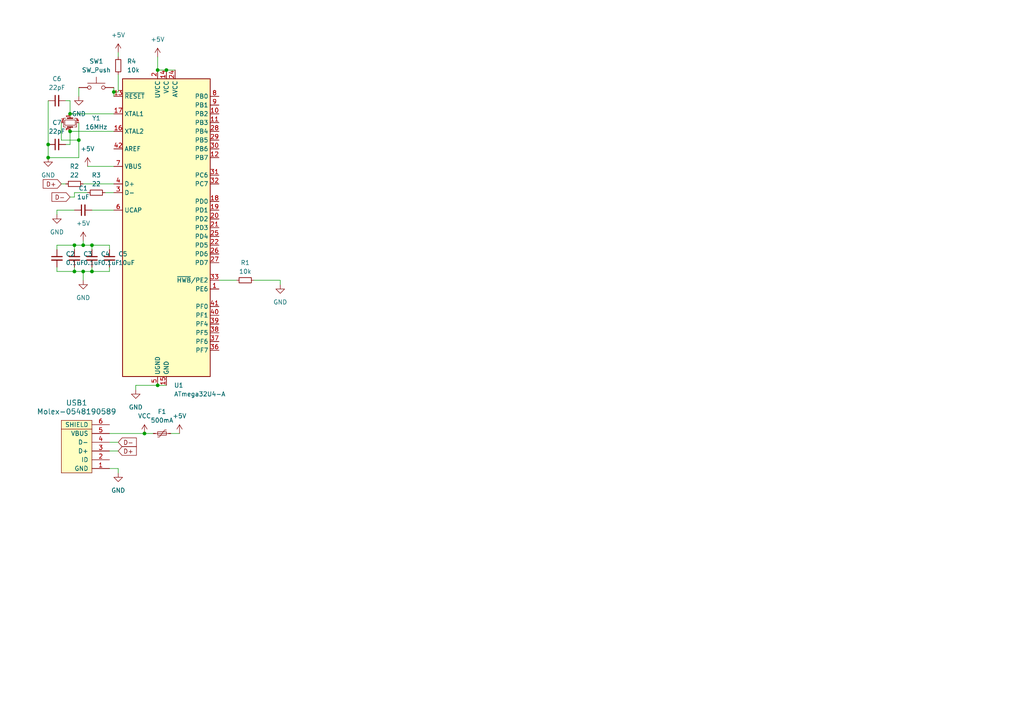
<source format=kicad_sch>
(kicad_sch (version 20230121) (generator eeschema)
  (paper "A4")
  (lib_symbols
    (symbol "Device:C_Small" (pin_numbers hide) (pin_names (offset 0.254) hide)
      (property "Reference" "C" (at 0.254 1.778 0))
      (property "Value" "C_Small" (at 0.254 -2.032 0))
      (symbol "C_Small_0_1"
        (polyline (pts (xy -1.524 -0.508) (xy 1.524 -0.508)) (stroke (width 0.3302)))
        (polyline (pts (xy -1.524 0.508) (xy 1.524 0.508)) (stroke (width 0.3048)))
      )
      (symbol "C_Small_1_1"
        (pin passive line (at 0 2.54 270) (length 2.032) (name "~") (number "1"))
        (pin passive line (at 0 -2.54 90) (length 2.032) (name "~") (number "2"))
      )
    )
    (symbol "Device:Crystal_GND24_Small" (pin_names (offset 1.016) hide)
      (property "Reference" "Y" (at 1.27 4.445 0))
      (property "Value" "Crystal_GND24_Small" (at 1.27 2.54 0))
      (symbol "Crystal_GND24_Small_0_1"
        (rectangle (start -0.762 -1.524) (end 0.762 1.524))
        (polyline (pts (xy -1.27 -0.762) (xy -1.27 0.762)) (stroke (width 0.381)))
        (polyline (pts (xy 1.27 -0.762) (xy 1.27 0.762)) (stroke (width 0.381)))
        (polyline (pts (xy -1.27 -1.27) (xy -1.27 -1.905) (xy 1.27 -1.905) (xy 1.27 -1.27)))
        (polyline (pts (xy -1.27 1.27) (xy -1.27 1.905) (xy 1.27 1.905) (xy 1.27 1.27)))
      )
      (symbol "Crystal_GND24_Small_1_1"
        (pin passive line (at -2.54 0 0) (length 1.27) (name "1") (number "1"))
        (pin passive line (at 0 -2.54 90) (length 0.635) (name "2") (number "2"))
        (pin passive line (at 2.54 0 180) (length 1.27) (name "3") (number "3"))
        (pin passive line (at 0 2.54 270) (length 0.635) (name "4") (number "4"))
      )
    )
    (symbol "Device:Polyfuse_Small" (pin_numbers hide) (pin_names (offset 0))
      (property "Reference" "F" (at -1.905 0 90))
      (property "Value" "Polyfuse_Small" (at 1.905 0 90))
      (symbol "Polyfuse_Small_0_1"
        (rectangle (start -0.508 1.27) (end 0.508 -1.27))
        (polyline (pts (xy 0 2.54) (xy 0 -2.54)))
        (polyline (pts (xy -1.016 1.27) (xy -1.016 0.762) (xy 1.016 -0.762) (xy 1.016 -1.27)))
      )
      (symbol "Polyfuse_Small_1_1"
        (pin passive line (at 0 2.54 270) (length 0.635) (name "~") (number "1"))
        (pin passive line (at 0 -2.54 90) (length 0.635) (name "~") (number "2"))
      )
    )
    (symbol "Device:R_Small" (pin_numbers hide) (pin_names (offset 0.254) hide)
      (property "Reference" "R" (at 0.762 0.508 0))
      (property "Value" "R_Small" (at 0.762 -1.016 0))
      (symbol "R_Small_0_1"
        (rectangle (start -0.762 1.778) (end 0.762 -1.778) (stroke (width 0.2032)))
      )
      (symbol "R_Small_1_1"
        (pin passive line (at 0 2.54 270) (length 0.762) (name "~") (number "1"))
        (pin passive line (at 0 -2.54 90) (length 0.762) (name "~") (number "2"))
      )
    )
    (symbol "MCU_Microchip_ATmega:ATmega32U4-A"
      (property "Reference" "U" (at -12.7 44.45 0))
      (property "Value" "ATmega32U4-A" (at 2.54 -44.45 0))
      (symbol "ATmega32U4-A_0_1"
        (rectangle (start -12.7 -43.18) (end 12.7 43.18) (stroke (width 0.254)) (fill (type background)))
      )
      (symbol "ATmega32U4-A_1_1"
        (pin bidirectional line (at 15.24 -17.78 180) (length 2.54) (name "PE6") (number "1"))
        (pin bidirectional line (at 15.24 33.02 180) (length 2.54) (name "PB2") (number "10"))
        (pin bidirectional line (at 15.24 30.48 180) (length 2.54) (name "PB3") (number "11"))
        (pin bidirectional line (at 15.24 20.32 180) (length 2.54) (name "PB7") (number "12"))
        (pin input line (at -15.24 38.1 0) (length 2.54) (name "~{RESET}") (number "13"))
        (pin power_in line (at 0 45.72 270) (length 2.54) (name "VCC") (number "14"))
        (pin power_in line (at 0 -45.72 90) (length 2.54) (name "GND") (number "15"))
        (pin output line (at -15.24 27.94 0) (length 2.54) (name "XTAL2") (number "16"))
        (pin input line (at -15.24 33.02 0) (length 2.54) (name "XTAL1") (number "17"))
        (pin bidirectional line (at 15.24 7.62 180) (length 2.54) (name "PD0") (number "18"))
        (pin bidirectional line (at 15.24 5.08 180) (length 2.54) (name "PD1") (number "19"))
        (pin power_in line (at -2.54 45.72 270) (length 2.54) (name "UVCC") (number "2"))
        (pin bidirectional line (at 15.24 2.54 180) (length 2.54) (name "PD2") (number "20"))
        (pin bidirectional line (at 15.24 0 180) (length 2.54) (name "PD3") (number "21"))
        (pin bidirectional line (at 15.24 -5.08 180) (length 2.54) (name "PD5") (number "22"))
        (pin passive line (at 0 -45.72 90) (length 2.54) hide (name "GND") (number "23"))
        (pin power_in line (at 2.54 45.72 270) (length 2.54) (name "AVCC") (number "24"))
        (pin bidirectional line (at 15.24 -2.54 180) (length 2.54) (name "PD4") (number "25"))
        (pin bidirectional line (at 15.24 -7.62 180) (length 2.54) (name "PD6") (number "26"))
        (pin bidirectional line (at 15.24 -10.16 180) (length 2.54) (name "PD7") (number "27"))
        (pin bidirectional line (at 15.24 27.94 180) (length 2.54) (name "PB4") (number "28"))
        (pin bidirectional line (at 15.24 25.4 180) (length 2.54) (name "PB5") (number "29"))
        (pin bidirectional line (at -15.24 10.16 0) (length 2.54) (name "D-") (number "3"))
        (pin bidirectional line (at 15.24 22.86 180) (length 2.54) (name "PB6") (number "30"))
        (pin bidirectional line (at 15.24 15.24 180) (length 2.54) (name "PC6") (number "31"))
        (pin bidirectional line (at 15.24 12.7 180) (length 2.54) (name "PC7") (number "32"))
        (pin bidirectional line (at 15.24 -15.24 180) (length 2.54) (name "~{HWB}/PE2") (number "33"))
        (pin passive line (at 0 45.72 270) (length 2.54) hide (name "VCC") (number "34"))
        (pin passive line (at 0 -45.72 90) (length 2.54) hide (name "GND") (number "35"))
        (pin bidirectional line (at 15.24 -35.56 180) (length 2.54) (name "PF7") (number "36"))
        (pin bidirectional line (at 15.24 -33.02 180) (length 2.54) (name "PF6") (number "37"))
        (pin bidirectional line (at 15.24 -30.48 180) (length 2.54) (name "PF5") (number "38"))
        (pin bidirectional line (at 15.24 -27.94 180) (length 2.54) (name "PF4") (number "39"))
        (pin bidirectional line (at -15.24 12.7 0) (length 2.54) (name "D+") (number "4"))
        (pin bidirectional line (at 15.24 -25.4 180) (length 2.54) (name "PF1") (number "40"))
        (pin bidirectional line (at 15.24 -22.86 180) (length 2.54) (name "PF0") (number "41"))
        (pin passive line (at -15.24 22.86 0) (length 2.54) (name "AREF") (number "42"))
        (pin passive line (at 0 -45.72 90) (length 2.54) hide (name "GND") (number "43"))
        (pin passive line (at 2.54 45.72 270) (length 2.54) hide (name "AVCC") (number "44"))
        (pin passive line (at -2.54 -45.72 90) (length 2.54) (name "UGND") (number "5"))
        (pin passive line (at -15.24 5.08 0) (length 2.54) (name "UCAP") (number "6"))
        (pin input line (at -15.24 17.78 0) (length 2.54) (name "VBUS") (number "7"))
        (pin bidirectional line (at 15.24 38.1 180) (length 2.54) (name "PB0") (number "8"))
        (pin bidirectional line (at 15.24 35.56 180) (length 2.54) (name "PB1") (number "9"))
      )
    )
    (symbol "Switch:SW_Push" (pin_numbers hide) (pin_names (offset 1.016) hide)
      (property "Reference" "SW" (at 1.27 2.54 0))
      (property "Value" "SW_Push" (at 0 -1.524 0))
      (symbol "SW_Push_0_1"
        (circle (center -2.032 0) (radius 0.508))
        (polyline (pts (xy 0 1.27) (xy 0 3.048)))
        (polyline (pts (xy 2.54 1.27) (xy -2.54 1.27)))
        (circle (center 2.032 0) (radius 0.508))
        (pin passive line (at -5.08 0 0) (length 2.54) (name "1") (number "1"))
        (pin passive line (at 5.08 0 180) (length 2.54) (name "2") (number "2"))
      )
    )
    (symbol "power:+5V" (power) (pin_names (offset 0))
      (property "Value" "+5V" (at 0 3.556 0))
      (symbol "+5V_0_1"
        (polyline (pts (xy -0.762 1.27) (xy 0 2.54)))
        (polyline (pts (xy 0 0) (xy 0 2.54)))
        (polyline (pts (xy 0 2.54) (xy 0.762 1.27)))
      )
      (symbol "+5V_1_1"
        (pin power_in line (at 0 0 90) (length 0) hide (name "+5V") (number "1"))
      )
    )
    (symbol "power:GND" (power) (pin_names (offset 0))
      (property "Value" "GND" (at 0 -3.81 0))
      (symbol "GND_0_1"
        (polyline (pts (xy 0 0) (xy 0 -1.27) (xy 1.27 -1.27) (xy 0 -2.54) (xy -1.27 -1.27) (xy 0 -1.27)))
      )
      (symbol "GND_1_1"
        (pin power_in line (at 0 0 270) (length 0) hide (name "GND") (number "1"))
      )
    )
    (symbol "power:VCC" (power) (pin_names (offset 0))
      (property "Value" "VCC" (at 0 3.81 0))
      (symbol "VCC_0_1"
        (polyline (pts (xy -0.762 1.27) (xy 0 2.54)))
        (polyline (pts (xy 0 0) (xy 0 2.54)))
        (polyline (pts (xy 0 2.54) (xy 0.762 1.27)))
      )
      (symbol "VCC_1_1"
        (pin power_in line (at 0 0 90) (length 0) hide (name "VCC") (number "1"))
      )
    )
    (symbol "random-keyboard-parts:Molex-0548190589" (pin_names (offset 1.016))
      (property "Reference" "USB" (at 0 7.62 0))
      (property "Value" "Molex-0548190589" (at 0 10.16 0))
      (symbol "Molex-0548190589_0_0"
        (polyline (pts (xy 6.35 -2.54) (xy 6.35 6.35)))
        (rectangle (start 8.89 -2.54) (end -6.35 6.35) (fill (type background)))
      )
      (symbol "Molex-0548190589_1_1"
        (pin input line (at -5.08 -7.62 90) (length 5.08) (name "GND") (number "1"))
        (pin input line (at -2.54 -7.62 90) (length 5.08) (name "ID") (number "2"))
        (pin input line (at 0 -7.62 90) (length 5.08) (name "D+") (number "3"))
        (pin input line (at 2.54 -7.62 90) (length 5.08) (name "D-") (number "4"))
        (pin input line (at 5.08 -7.62 90) (length 5.08) (name "VBUS") (number "5"))
        (pin input line (at 7.62 -7.62 90) (length 5.08) (name "SHIELD") (number "6"))
      )
    )
  )
  (junction (at 13.97 45.72))
  (junction (at 22.86 40.64))
  (junction (at 26.67 78.74))
  (junction (at 33.02 26.67))
  (junction (at 24.13 78.74))
  (junction (at 24.13 71.12))
  (junction (at 45.72 111.76))
  (junction (at 26.67 71.12))
  (junction (at 21.59 71.12))
  (junction (at 21.59 78.74))
  (junction (at 13.97 41.91))
  (junction (at 48.26 20.32))
  (junction (at 20.32 33.02))
  (junction (at 41.91 125.73))
  (junction (at 20.32 38.1))
  (junction (at 45.72 20.32))
  (wire (pts (xy 45.72 20.32) (xy 48.26 20.32)))
  (wire (pts (xy 33.02 26.67) (xy 33.02 27.94)))
  (wire (pts (xy 20.32 38.1) (xy 33.02 38.1)))
  (wire (pts (xy 21.59 55.88) (xy 25.4 55.88)))
  (wire (pts (xy 22.86 35.56) (xy 22.86 40.64)))
  (wire (pts (xy 26.67 78.74) (xy 24.13 78.74)))
  (wire (pts (xy 20.32 33.02) (xy 33.02 33.02)))
  (wire (pts (xy 26.67 72.39) (xy 26.67 71.12)))
  (wire (pts (xy 17.78 35.56) (xy 17.78 40.64)))
  (wire (pts (xy 34.29 21.59) (xy 34.29 26.67)))
  (wire (pts (xy 26.67 60.96) (xy 33.02 60.96)))
  (wire (pts (xy 26.67 77.47) (xy 26.67 78.74)))
  (wire (pts (xy 31.75 125.73) (xy 41.91 125.73)))
  (wire (pts (xy 45.72 16.51) (xy 45.72 20.32)))
  (wire (pts (xy 21.59 71.12) (xy 24.13 71.12)))
  (wire (pts (xy 19.05 29.21) (xy 20.32 29.21)))
  (wire (pts (xy 39.37 113.03) (xy 39.37 111.76)))
  (wire (pts (xy 24.13 78.74) (xy 24.13 81.28)))
  (wire (pts (xy 20.32 57.15) (xy 21.59 57.15)))
  (wire (pts (xy 34.29 135.89) (xy 34.29 137.16)))
  (wire (pts (xy 16.51 71.12) (xy 16.51 72.39)))
  (wire (pts (xy 31.75 135.89) (xy 34.29 135.89)))
  (wire (pts (xy 24.13 53.34) (xy 33.02 53.34)))
  (wire (pts (xy 30.48 55.88) (xy 33.02 55.88)))
  (wire (pts (xy 21.59 57.15) (xy 21.59 55.88)))
  (wire (pts (xy 22.86 40.64) (xy 22.86 45.72)))
  (wire (pts (xy 33.02 26.67) (xy 34.29 26.67)))
  (wire (pts (xy 20.32 29.21) (xy 20.32 33.02)))
  (wire (pts (xy 26.67 71.12) (xy 31.75 71.12)))
  (wire (pts (xy 16.51 71.12) (xy 21.59 71.12)))
  (wire (pts (xy 31.75 78.74) (xy 26.67 78.74)))
  (wire (pts (xy 21.59 77.47) (xy 21.59 78.74)))
  (wire (pts (xy 31.75 72.39) (xy 31.75 71.12)))
  (wire (pts (xy 16.51 60.96) (xy 21.59 60.96)))
  (wire (pts (xy 20.32 41.91) (xy 20.32 38.1)))
  (wire (pts (xy 25.4 48.26) (xy 33.02 48.26)))
  (wire (pts (xy 31.75 130.81) (xy 34.29 130.81)))
  (wire (pts (xy 17.78 53.34) (xy 19.05 53.34)))
  (wire (pts (xy 34.29 15.24) (xy 34.29 16.51)))
  (wire (pts (xy 22.86 25.4) (xy 22.86 27.94)))
  (wire (pts (xy 21.59 78.74) (xy 24.13 78.74)))
  (wire (pts (xy 39.37 111.76) (xy 45.72 111.76)))
  (wire (pts (xy 81.28 81.28) (xy 73.66 81.28)))
  (wire (pts (xy 21.59 71.12) (xy 21.59 72.39)))
  (wire (pts (xy 17.78 40.64) (xy 22.86 40.64)))
  (wire (pts (xy 24.13 71.12) (xy 26.67 71.12)))
  (wire (pts (xy 13.97 41.91) (xy 13.97 45.72)))
  (wire (pts (xy 63.5 81.28) (xy 68.58 81.28)))
  (wire (pts (xy 16.51 62.23) (xy 16.51 60.96)))
  (wire (pts (xy 16.51 77.47) (xy 16.51 78.74)))
  (wire (pts (xy 81.28 82.55) (xy 81.28 81.28)))
  (wire (pts (xy 13.97 29.21) (xy 13.97 41.91)))
  (wire (pts (xy 41.91 125.73) (xy 44.45 125.73)))
  (wire (pts (xy 31.75 77.47) (xy 31.75 78.74)))
  (wire (pts (xy 49.53 125.73) (xy 52.07 125.73)))
  (wire (pts (xy 19.05 41.91) (xy 20.32 41.91)))
  (wire (pts (xy 16.51 78.74) (xy 21.59 78.74)))
  (wire (pts (xy 48.26 20.32) (xy 50.8 20.32)))
  (wire (pts (xy 31.75 128.27) (xy 34.29 128.27)))
  (wire (pts (xy 45.72 111.76) (xy 48.26 111.76)))
  (wire (pts (xy 33.02 25.4) (xy 33.02 26.67)))
  (wire (pts (xy 24.13 69.85) (xy 24.13 71.12)))
  (wire (pts (xy 22.86 45.72) (xy 13.97 45.72)))
  (global_label "D+" (shape input) (at 34.29 130.81 0) (property "Intersheetrefs" "${INTERSHEET_REFS}" (effects hide)))
  (global_label "D-" (shape input) (at 20.32 57.15 180) (property "Intersheetrefs" "${INTERSHEET_REFS}" (effects hide)))
  (global_label "D+" (shape input) (at 17.78 53.34 180) (property "Intersheetrefs" "${INTERSHEET_REFS}" (effects hide)))
  (global_label "D-" (shape input) (at 34.29 128.27 0) (property "Intersheetrefs" "${INTERSHEET_REFS}" (effects hide)))
  (symbol (lib_id "power:VCC") (at 41.91 125.73 0) (unit 1)
    (property "Reference" "#PWR012" (effects hide))
    (property "Value" "VCC" (at 41.91 120.65 0))
  )
  (symbol (lib_id "power:+5V") (at 25.4 48.26 0) (unit 1)
    (property "Reference" "#PWR07" (effects hide))
    (property "Value" "+5V" (at 25.4 43.18 0))
  )
  (symbol (lib_id "power:+5V") (at 24.13 69.85 0) (unit 1)
    (property "Reference" "#PWR06" (effects hide))
    (property "Value" "+5V" (at 24.13 64.77 0))
  )
  (symbol (lib_id "power:GND") (at 81.28 82.55 0) (unit 1)
    (property "Reference" "#PWR03" (effects hide))
    (property "Value" "GND" (at 81.28 87.63 0))
  )
  (symbol (lib_id "Device:C_Small") (at 26.67 74.93 0) (unit 1)
    (property "Reference" "C4" (at 29.21 73.6663 0) (effects (justify left)))
    (property "Value" "0.1uF" (at 29.21 76.2063 0) (effects (justify left)))
  )
  (symbol (lib_id "power:GND") (at 39.37 113.03 0) (unit 1)
    (property "Reference" "#PWR02" (effects hide))
    (property "Value" "GND" (at 39.37 118.11 0))
  )
  (symbol (lib_id "power:GND") (at 22.86 27.94 0) (unit 1)
    (property "Reference" "#PWR09" (effects hide))
    (property "Value" "GND" (at 22.86 33.02 0))
  )
  (symbol (lib_id "power:GND") (at 24.13 81.28 0) (unit 1)
    (property "Reference" "#PWR05" (effects hide))
    (property "Value" "GND" (at 24.13 86.36 0))
  )
  (symbol (lib_id "power:+5V") (at 45.72 16.51 0) (unit 1)
    (property "Reference" "#PWR01" (effects hide))
    (property "Value" "+5V" (at 45.72 11.43 0))
  )
  (symbol (lib_id "power:GND") (at 13.97 45.72 0) (unit 1)
    (property "Reference" "#PWR08" (effects hide))
    (property "Value" "GND" (at 13.97 50.8 0))
  )
  (symbol (lib_id "Device:C_Small") (at 24.13 60.96 90) (unit 1)
    (property "Reference" "C1" (at 24.1363 54.61 90))
    (property "Value" "1uF" (at 24.1363 57.15 90))
  )
  (symbol (lib_id "power:GND") (at 16.51 62.23 0) (unit 1)
    (property "Reference" "#PWR04" (effects hide))
    (property "Value" "GND" (at 16.51 67.31 0))
  )
  (symbol (lib_id "Device:C_Small") (at 16.51 41.91 90) (unit 1)
    (property "Reference" "C7" (at 16.5163 35.56 90))
    (property "Value" "22pF" (at 16.5163 38.1 90))
  )
  (symbol (lib_id "Device:C_Small") (at 16.51 29.21 90) (unit 1)
    (property "Reference" "C6" (at 16.5163 22.86 90))
    (property "Value" "22pF" (at 16.5163 25.4 90))
  )
  (symbol (lib_id "power:GND") (at 34.29 137.16 0) (unit 1)
    (property "Reference" "#PWR013" (effects hide))
    (property "Value" "GND" (at 34.29 142.24 0))
  )
  (symbol (lib_id "power:+5V") (at 34.29 15.24 0) (unit 1)
    (property "Reference" "#PWR010" (effects hide))
    (property "Value" "+5V" (at 34.29 10.16 0))
  )
  (symbol (lib_id "power:+5V") (at 52.07 125.73 0) (unit 1)
    (property "Reference" "#PWR011" (effects hide))
    (property "Value" "+5V" (at 52.07 120.65 0))
  )
  (symbol (lib_id "Device:R_Small") (at 71.12 81.28 90) (unit 1)
    (property "Reference" "R1" (at 71.12 76.2 90))
    (property "Value" "10k" (at 71.12 78.74 90))
  )
  (symbol (lib_id "Device:Crystal_GND24_Small") (at 20.32 35.56 270) (unit 1)
    (property "Reference" "Y1" (at 27.94 34.29 90))
    (property "Value" "16MHz" (at 27.94 36.83 90))
  )
  (symbol (lib_id "Device:C_Small") (at 16.51 74.93 0) (unit 1)
    (property "Reference" "C2" (at 19.05 73.6663 0) (effects (justify left)))
    (property "Value" "0.1uF" (at 19.05 76.2063 0) (effects (justify left)))
  )
  (symbol (lib_id "Switch:SW_Push") (at 27.94 25.4 0) (unit 1)
    (property "Reference" "SW1" (at 27.94 17.78 0))
    (property "Value" "SW_Push" (at 27.94 20.32 0))
  )
  (symbol (lib_id "Device:R_Small") (at 34.29 19.05 0) (unit 1)
    (property "Reference" "R4" (at 36.83 17.78 0) (effects (justify left)))
    (property "Value" "10k" (at 36.83 20.32 0) (effects (justify left)))
  )
  (symbol (lib_id "random-keyboard-parts:Molex-0548190589") (at 24.13 130.81 90) (unit 1)
    (property "Reference" "USB1" (at 22.225 116.84 90) (effects (font (size 1.524 1.524))))
    (property "Value" "Molex-0548190589" (at 22.225 119.38 90) (effects (font (size 1.524 1.524))))
  )
  (symbol (lib_id "MCU_Microchip_ATmega:ATmega32U4-A") (at 48.26 66.04 0) (unit 1)
    (property "Reference" "U1" (at 50.4541 111.76 0) (effects (justify left)))
    (property "Value" "ATmega32U4-A" (at 50.4541 114.3 0) (effects (justify left)))
    (property "Footprint" "Package_QFP:TQFP-44_10x10mm_P0.8mm" (effects hide))
    (property "Datasheet" "http://ww1.microchip.com/downloads/en/DeviceDoc/Atmel-7766-8-bit-AVR-ATmega16U4-32U4_Datasheet.pdf" (effects hide))
  )
  (symbol (lib_id "Device:C_Small") (at 31.75 74.93 0) (unit 1)
    (property "Reference" "C5" (at 34.29 73.6663 0) (effects (justify left)))
    (property "Value" "10uF" (at 34.29 76.2063 0) (effects (justify left)))
  )
  (symbol (lib_id "Device:C_Small") (at 21.59 74.93 0) (unit 1)
    (property "Reference" "C3" (at 24.13 73.6663 0) (effects (justify left)))
    (property "Value" "0.1uF" (at 24.13 76.2063 0) (effects (justify left)))
  )
  (symbol (lib_id "Device:R_Small") (at 27.94 55.88 90) (unit 1)
    (property "Reference" "R3" (at 27.94 50.8 90))
    (property "Value" "22" (at 27.94 53.34 90))
  )
  (symbol (lib_id "Device:R_Small") (at 21.59 53.34 90) (unit 1)
    (property "Reference" "R2" (at 21.59 48.26 90))
    (property "Value" "22" (at 21.59 50.8 90))
  )
  (symbol (lib_id "Device:Polyfuse_Small") (at 46.99 125.73 90) (unit 1)
    (property "Reference" "F1" (at 46.99 119.38 90))
    (property "Value" "500mA" (at 46.99 121.92 90))
  )
)
</source>
